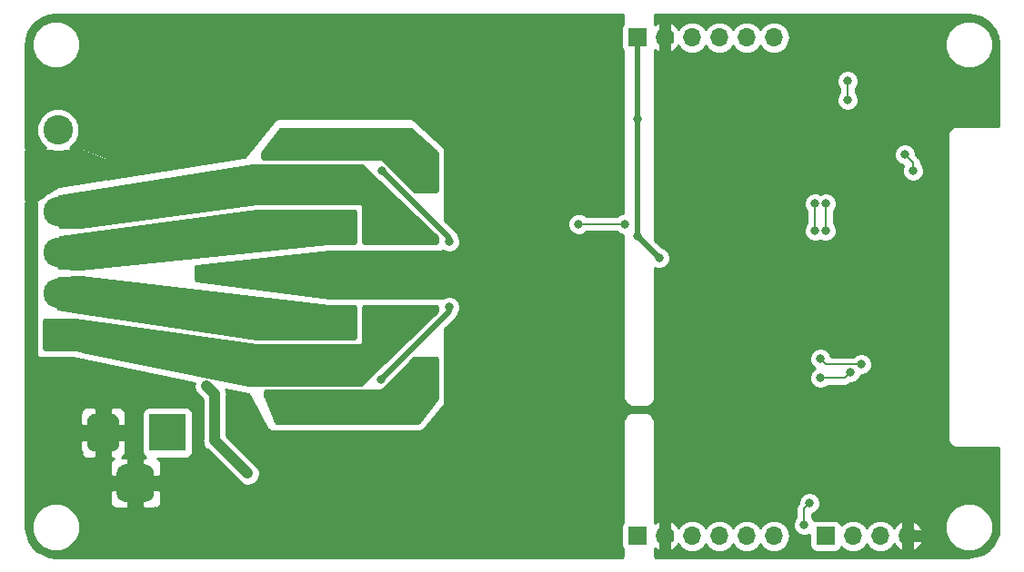
<source format=gbr>
G04 #@! TF.GenerationSoftware,KiCad,Pcbnew,5.0.0-fee4fd1~65~ubuntu16.04.1*
G04 #@! TF.CreationDate,2018-07-29T13:14:09-07:00*
G04 #@! TF.ProjectId,wifistepper,77696669737465707065722E6B696361,rev?*
G04 #@! TF.SameCoordinates,Original*
G04 #@! TF.FileFunction,Copper,L2,Bot,Signal*
G04 #@! TF.FilePolarity,Positive*
%FSLAX46Y46*%
G04 Gerber Fmt 4.6, Leading zero omitted, Abs format (unit mm)*
G04 Created by KiCad (PCBNEW 5.0.0-fee4fd1~65~ubuntu16.04.1) date Sun Jul 29 13:14:09 2018*
%MOMM*%
%LPD*%
G01*
G04 APERTURE LIST*
G04 #@! TA.AperFunction,ComponentPad*
%ADD10R,3.500000X3.500000*%
G04 #@! TD*
G04 #@! TA.AperFunction,Conductor*
%ADD11C,0.100000*%
G04 #@! TD*
G04 #@! TA.AperFunction,ComponentPad*
%ADD12C,3.000000*%
G04 #@! TD*
G04 #@! TA.AperFunction,ComponentPad*
%ADD13C,3.500000*%
G04 #@! TD*
G04 #@! TA.AperFunction,ComponentPad*
%ADD14R,2.750000X2.750000*%
G04 #@! TD*
G04 #@! TA.AperFunction,ComponentPad*
%ADD15C,2.750000*%
G04 #@! TD*
G04 #@! TA.AperFunction,ComponentPad*
%ADD16R,1.700000X1.700000*%
G04 #@! TD*
G04 #@! TA.AperFunction,ComponentPad*
%ADD17O,1.700000X1.700000*%
G04 #@! TD*
G04 #@! TA.AperFunction,ViaPad*
%ADD18C,0.800000*%
G04 #@! TD*
G04 #@! TA.AperFunction,Conductor*
%ADD19C,0.500000*%
G04 #@! TD*
G04 #@! TA.AperFunction,Conductor*
%ADD20C,1.000000*%
G04 #@! TD*
G04 #@! TA.AperFunction,Conductor*
%ADD21C,0.200000*%
G04 #@! TD*
G04 #@! TA.AperFunction,Conductor*
%ADD22C,0.250000*%
G04 #@! TD*
G04 APERTURE END LIST*
D10*
G04 #@! TO.P,J1,1*
G04 #@! TO.N,VIN*
X45400000Y-106200000D03*
D11*
G04 #@! TD*
G04 #@! TO.N,GND*
G04 #@! TO.C,J1*
G36*
X40223513Y-104453611D02*
X40296318Y-104464411D01*
X40367714Y-104482295D01*
X40437013Y-104507090D01*
X40503548Y-104538559D01*
X40566678Y-104576398D01*
X40625795Y-104620242D01*
X40680330Y-104669670D01*
X40729758Y-104724205D01*
X40773602Y-104783322D01*
X40811441Y-104846452D01*
X40842910Y-104912987D01*
X40867705Y-104982286D01*
X40885589Y-105053682D01*
X40896389Y-105126487D01*
X40900000Y-105200000D01*
X40900000Y-107200000D01*
X40896389Y-107273513D01*
X40885589Y-107346318D01*
X40867705Y-107417714D01*
X40842910Y-107487013D01*
X40811441Y-107553548D01*
X40773602Y-107616678D01*
X40729758Y-107675795D01*
X40680330Y-107730330D01*
X40625795Y-107779758D01*
X40566678Y-107823602D01*
X40503548Y-107861441D01*
X40437013Y-107892910D01*
X40367714Y-107917705D01*
X40296318Y-107935589D01*
X40223513Y-107946389D01*
X40150000Y-107950000D01*
X38650000Y-107950000D01*
X38576487Y-107946389D01*
X38503682Y-107935589D01*
X38432286Y-107917705D01*
X38362987Y-107892910D01*
X38296452Y-107861441D01*
X38233322Y-107823602D01*
X38174205Y-107779758D01*
X38119670Y-107730330D01*
X38070242Y-107675795D01*
X38026398Y-107616678D01*
X37988559Y-107553548D01*
X37957090Y-107487013D01*
X37932295Y-107417714D01*
X37914411Y-107346318D01*
X37903611Y-107273513D01*
X37900000Y-107200000D01*
X37900000Y-105200000D01*
X37903611Y-105126487D01*
X37914411Y-105053682D01*
X37932295Y-104982286D01*
X37957090Y-104912987D01*
X37988559Y-104846452D01*
X38026398Y-104783322D01*
X38070242Y-104724205D01*
X38119670Y-104669670D01*
X38174205Y-104620242D01*
X38233322Y-104576398D01*
X38296452Y-104538559D01*
X38362987Y-104507090D01*
X38432286Y-104482295D01*
X38503682Y-104464411D01*
X38576487Y-104453611D01*
X38650000Y-104450000D01*
X40150000Y-104450000D01*
X40223513Y-104453611D01*
X40223513Y-104453611D01*
G37*
D12*
G04 #@! TO.P,J1,2*
G04 #@! TO.N,GND*
X39400000Y-106200000D03*
D11*
G04 #@! TD*
G04 #@! TO.N,GND*
G04 #@! TO.C,J1*
G36*
X43360765Y-109154213D02*
X43445704Y-109166813D01*
X43528999Y-109187677D01*
X43609848Y-109216605D01*
X43687472Y-109253319D01*
X43761124Y-109297464D01*
X43830094Y-109348616D01*
X43893718Y-109406282D01*
X43951384Y-109469906D01*
X44002536Y-109538876D01*
X44046681Y-109612528D01*
X44083395Y-109690152D01*
X44112323Y-109771001D01*
X44133187Y-109854296D01*
X44145787Y-109939235D01*
X44150000Y-110025000D01*
X44150000Y-111775000D01*
X44145787Y-111860765D01*
X44133187Y-111945704D01*
X44112323Y-112028999D01*
X44083395Y-112109848D01*
X44046681Y-112187472D01*
X44002536Y-112261124D01*
X43951384Y-112330094D01*
X43893718Y-112393718D01*
X43830094Y-112451384D01*
X43761124Y-112502536D01*
X43687472Y-112546681D01*
X43609848Y-112583395D01*
X43528999Y-112612323D01*
X43445704Y-112633187D01*
X43360765Y-112645787D01*
X43275000Y-112650000D01*
X41525000Y-112650000D01*
X41439235Y-112645787D01*
X41354296Y-112633187D01*
X41271001Y-112612323D01*
X41190152Y-112583395D01*
X41112528Y-112546681D01*
X41038876Y-112502536D01*
X40969906Y-112451384D01*
X40906282Y-112393718D01*
X40848616Y-112330094D01*
X40797464Y-112261124D01*
X40753319Y-112187472D01*
X40716605Y-112109848D01*
X40687677Y-112028999D01*
X40666813Y-111945704D01*
X40654213Y-111860765D01*
X40650000Y-111775000D01*
X40650000Y-110025000D01*
X40654213Y-109939235D01*
X40666813Y-109854296D01*
X40687677Y-109771001D01*
X40716605Y-109690152D01*
X40753319Y-109612528D01*
X40797464Y-109538876D01*
X40848616Y-109469906D01*
X40906282Y-109406282D01*
X40969906Y-109348616D01*
X41038876Y-109297464D01*
X41112528Y-109253319D01*
X41190152Y-109216605D01*
X41271001Y-109187677D01*
X41354296Y-109166813D01*
X41439235Y-109154213D01*
X41525000Y-109150000D01*
X43275000Y-109150000D01*
X43360765Y-109154213D01*
X43360765Y-109154213D01*
G37*
D13*
G04 #@! TO.P,J1,3*
G04 #@! TO.N,GND*
X42400000Y-110900000D03*
G04 #@! TD*
D14*
G04 #@! TO.P,J2,1*
G04 #@! TO.N,OUTB2*
X35200000Y-97010000D03*
D15*
G04 #@! TO.P,J2,2*
G04 #@! TO.N,OUTB1*
X35200000Y-93200000D03*
G04 #@! TO.P,J2,3*
G04 #@! TO.N,OUTA1*
X35200000Y-89390000D03*
G04 #@! TO.P,J2,4*
G04 #@! TO.N,OUTA2*
X35200000Y-85580000D03*
G04 #@! TO.P,J2,5*
G04 #@! TO.N,GND*
X35200000Y-81770000D03*
G04 #@! TO.P,J2,6*
G04 #@! TO.N,VIN*
X35200000Y-77960000D03*
G04 #@! TD*
D16*
G04 #@! TO.P,J3,1*
G04 #@! TO.N,+3V3*
X89154000Y-69342000D03*
D17*
G04 #@! TO.P,J3,2*
G04 #@! TO.N,GND*
X91694000Y-69342000D03*
G04 #@! TO.P,J3,3*
G04 #@! TO.N,SM_SW*
X94234000Y-69342000D03*
G04 #@! TO.P,J3,4*
G04 #@! TO.N,SM_STCLK*
X96774000Y-69342000D03*
G04 #@! TO.P,J3,5*
G04 #@! TO.N,SM_FLAG*
X99314000Y-69342000D03*
G04 #@! TO.P,J3,6*
G04 #@! TO.N,SM_BUSY*
X101854000Y-69342000D03*
G04 #@! TD*
G04 #@! TO.P,J4,6*
G04 #@! TO.N,WIFI_ADC*
X101854000Y-115824000D03*
G04 #@! TO.P,J4,5*
G04 #@! TO.N,WIFI_RST*
X99314000Y-115824000D03*
G04 #@! TO.P,J4,4*
G04 #@! TO.N,AUTH_SDA*
X96774000Y-115824000D03*
G04 #@! TO.P,J4,3*
G04 #@! TO.N,AUTH_SCK*
X94234000Y-115824000D03*
G04 #@! TO.P,J4,2*
G04 #@! TO.N,GND*
X91694000Y-115824000D03*
D16*
G04 #@! TO.P,J4,1*
G04 #@! TO.N,+3V3*
X89154000Y-115824000D03*
G04 #@! TD*
G04 #@! TO.P,J5,1*
G04 #@! TO.N,PROG_RX*
X106680000Y-115824000D03*
D17*
G04 #@! TO.P,J5,2*
G04 #@! TO.N,PROG_TX*
X109220000Y-115824000D03*
G04 #@! TO.P,J5,3*
G04 #@! TO.N,PROG_BOOT*
X111760000Y-115824000D03*
G04 #@! TO.P,J5,4*
G04 #@! TO.N,GND*
X114300000Y-115824000D03*
G04 #@! TD*
D18*
G04 #@! TO.N,+3V3*
X89154000Y-76962000D03*
X49022000Y-101854000D03*
X49784000Y-102616000D03*
X52070000Y-109220000D03*
X52832000Y-109982000D03*
X91186002Y-89916000D03*
X89154000Y-87883998D03*
G04 #@! TO.N,GND*
X115570000Y-95250000D03*
X115570000Y-93726000D03*
X115570000Y-91948000D03*
X117348000Y-93472000D03*
X114046000Y-93726000D03*
X114046000Y-95250000D03*
X117348000Y-95250000D03*
X117348000Y-91948000D03*
X114046000Y-91948000D03*
X61976000Y-92456000D03*
X64262000Y-92456000D03*
X64262000Y-90424000D03*
X61976000Y-90424000D03*
X65278000Y-91440000D03*
X63246000Y-91440000D03*
X60960000Y-91440000D03*
X60960000Y-93218000D03*
X63246000Y-93218000D03*
X65278000Y-93218000D03*
X65278000Y-89662000D03*
X63246000Y-89662000D03*
X60960000Y-89662000D03*
X115570000Y-103632000D03*
X60198000Y-75184000D03*
X61214000Y-75184000D03*
X62230000Y-75184000D03*
X63246000Y-75184000D03*
X64262000Y-75184000D03*
X65278000Y-75184000D03*
X66294000Y-75184000D03*
X61214000Y-107696000D03*
X64262000Y-107696000D03*
X63246000Y-107696000D03*
X66294000Y-107696000D03*
X62230000Y-107696000D03*
X60198000Y-107696000D03*
X65278000Y-107696000D03*
X67310000Y-75184000D03*
X59182000Y-75184000D03*
X67310000Y-107696000D03*
X59182000Y-107696000D03*
X54356000Y-92202000D03*
X72644000Y-87122000D03*
X93218000Y-108712000D03*
X91442459Y-103632366D03*
X99822000Y-98552000D03*
X104394000Y-106426000D03*
X110744000Y-75692000D03*
X117094000Y-75184000D03*
X108966000Y-83566000D03*
X103632000Y-90170000D03*
X75692000Y-112522000D03*
X75692000Y-115824000D03*
X75692000Y-114300000D03*
X75692000Y-72644000D03*
X75692000Y-69088000D03*
X75692000Y-70866000D03*
X32512000Y-85598000D03*
X32512000Y-89154000D03*
X32512000Y-92964000D03*
X32512000Y-97028000D03*
X32512000Y-77978000D03*
X37084000Y-104394000D03*
X37211000Y-108077000D03*
X40513000Y-113538000D03*
X44323000Y-113538000D03*
X50800000Y-113538000D03*
X59182000Y-113792000D03*
X64516000Y-113538000D03*
X70612000Y-113538000D03*
X36068000Y-74676000D03*
X41656000Y-74676000D03*
X46228000Y-74676000D03*
X50800000Y-74676000D03*
X55372000Y-74676000D03*
X68072000Y-69850000D03*
X63246000Y-69850000D03*
X58420000Y-69850000D03*
X32766000Y-102616000D03*
X32766000Y-109982000D03*
X35814000Y-99822000D03*
X79756000Y-87503000D03*
X82169000Y-85598000D03*
X84201000Y-83439000D03*
X85725000Y-67945000D03*
X81280000Y-82677000D03*
X81534000Y-76454000D03*
X81534000Y-70612000D03*
X85344000Y-112522000D03*
X86868000Y-117348000D03*
X81280000Y-114300000D03*
X39370000Y-70866000D03*
X48260000Y-70866000D03*
X39116000Y-117094000D03*
X67310000Y-116332000D03*
X73152000Y-94488000D03*
X80264000Y-94488000D03*
X86868000Y-94361000D03*
X77597000Y-99314000D03*
X74549000Y-95885000D03*
X86360000Y-95758000D03*
X76454000Y-94488000D03*
X79756000Y-97028000D03*
X84074000Y-94869000D03*
X77343000Y-96520000D03*
X54102000Y-108458000D03*
X57150000Y-109474000D03*
X79756000Y-103378000D03*
X83820000Y-103124000D03*
X79756000Y-108204000D03*
X87122000Y-107696000D03*
X79756000Y-105918000D03*
X83820000Y-105918000D03*
X68834000Y-109220000D03*
X72898000Y-109474000D03*
X76454000Y-109474000D03*
X81788000Y-109220000D03*
X81788000Y-104648000D03*
X84074000Y-108204000D03*
X49784000Y-109982000D03*
X47244000Y-113284000D03*
X47498000Y-116078000D03*
X58420000Y-116332000D03*
X34544000Y-105918000D03*
X35433000Y-102870000D03*
X38608000Y-112014000D03*
X32766000Y-73914000D03*
X46228000Y-67818000D03*
X60960000Y-67818000D03*
X71120000Y-67818000D03*
X70104000Y-72644000D03*
X85090000Y-72136000D03*
X83312000Y-81534000D03*
X81153000Y-79502000D03*
X79502000Y-84582000D03*
X79248000Y-116840000D03*
X45974000Y-81026000D03*
G04 #@! TO.N,VIN*
X55118000Y-80010000D03*
X55880000Y-78740000D03*
X58420000Y-78740000D03*
X58166000Y-80010000D03*
X56642000Y-80010000D03*
X57150000Y-78740000D03*
X68580000Y-80772000D03*
X68834000Y-83058000D03*
X70104000Y-83058000D03*
X69342000Y-82042000D03*
X68072000Y-82042000D03*
X68580000Y-102108000D03*
X70104000Y-99822000D03*
X68834000Y-99822000D03*
X68072000Y-100838000D03*
X69342000Y-100838000D03*
X55118000Y-102870000D03*
X57912000Y-102870000D03*
X56642000Y-102870000D03*
X55626000Y-104140000D03*
X58166000Y-104140000D03*
X56896000Y-104140000D03*
X69850000Y-80772000D03*
X69850000Y-102108000D03*
X69088000Y-103378000D03*
X69342000Y-79756000D03*
G04 #@! TO.N,SM_RST*
X114808000Y-81788000D03*
X114046000Y-80264000D03*
X83693000Y-86741000D03*
X87979336Y-86741000D03*
G04 #@! TO.N,OUTA1*
X61722000Y-87122000D03*
X61214000Y-88138000D03*
X62484000Y-88138000D03*
X56642000Y-88011000D03*
X62484000Y-86106000D03*
X61214000Y-86106000D03*
X55626000Y-87757000D03*
G04 #@! TO.N,OUTA2*
X64770000Y-87122000D03*
X64008000Y-88138000D03*
X65278000Y-88138000D03*
X65278000Y-86106000D03*
X64008000Y-86106000D03*
X69856454Y-88089990D03*
G04 #@! TO.N,OUTB1*
X61722000Y-95758000D03*
X61214000Y-94742000D03*
X62484000Y-94742000D03*
X62484000Y-96774000D03*
X61214000Y-96774000D03*
X56642000Y-94869000D03*
X56007000Y-95504000D03*
G04 #@! TO.N,OUTB2*
X64770000Y-95758000D03*
X65278000Y-94742000D03*
X65278000Y-96774000D03*
X64008000Y-96774000D03*
X64008000Y-94742000D03*
X69856454Y-94790010D03*
G04 #@! TO.N,SM_FLAG*
X108712000Y-75183998D03*
X108712000Y-73406000D03*
G04 #@! TO.N,AUTH_SCK*
X108966000Y-100584000D03*
X106172000Y-101092000D03*
G04 #@! TO.N,AUTH_SDA*
X105664000Y-87376000D03*
X105679832Y-84851832D03*
G04 #@! TO.N,PROG_BOOT*
X106680000Y-84836000D03*
X106680000Y-87376000D03*
X105156000Y-112776000D03*
X104648000Y-114808000D03*
G04 #@! TO.N,Net-(R3-Pad2)*
X71628000Y-88392000D03*
X65405000Y-81788000D03*
G04 #@! TO.N,Net-(R4-Pad2)*
X71628000Y-94488000D03*
X65278000Y-101219000D03*
G04 #@! TO.N,SM_CS*
X109982000Y-99822000D03*
X106172000Y-99314000D03*
G04 #@! TD*
D19*
G04 #@! TO.N,+3V3*
X89154000Y-69342000D02*
X89154000Y-70692000D01*
X89154000Y-70692000D02*
X89154000Y-76962000D01*
D20*
X49784000Y-102616000D02*
X49022000Y-101854000D01*
X49784000Y-106934000D02*
X49784000Y-102616000D01*
X52070000Y-109220000D02*
X49784000Y-106934000D01*
X52070000Y-109220000D02*
X52832000Y-109982000D01*
D19*
X90786003Y-89516001D02*
X91186002Y-89916000D01*
X89154000Y-76962000D02*
X89154000Y-87883998D01*
X89154000Y-87883998D02*
X90786003Y-89516001D01*
D21*
G04 #@! TO.N,SM_RST*
X114808000Y-81026000D02*
X114046000Y-80264000D01*
X114808000Y-81788000D02*
X114808000Y-81026000D01*
X83693000Y-86741000D02*
X87979336Y-86741000D01*
D19*
G04 #@! TO.N,OUTA2*
X69808444Y-88138000D02*
X69856454Y-88089990D01*
X65278000Y-88138000D02*
X69808444Y-88138000D01*
G04 #@! TO.N,OUTB2*
X65278000Y-94742000D02*
X69808444Y-94742000D01*
X69808444Y-94742000D02*
X69856454Y-94790010D01*
D21*
G04 #@! TO.N,SM_FLAG*
X108712000Y-75183998D02*
X108712000Y-73406000D01*
G04 #@! TO.N,AUTH_SCK*
X108458000Y-101092000D02*
X108966000Y-100584000D01*
X106172000Y-101092000D02*
X108458000Y-101092000D01*
G04 #@! TO.N,AUTH_SDA*
X105664000Y-84867664D02*
X105679832Y-84851832D01*
X105664000Y-87376000D02*
X105664000Y-84867664D01*
G04 #@! TO.N,PROG_BOOT*
X106680000Y-84836000D02*
X106680000Y-87376000D01*
X104648000Y-113284000D02*
X104648000Y-114808000D01*
X105156000Y-112776000D02*
X104648000Y-113284000D01*
D19*
G04 #@! TO.N,Net-(R3-Pad2)*
X71628000Y-88011000D02*
X65405000Y-81788000D01*
X71628000Y-88392000D02*
X71628000Y-88011000D01*
G04 #@! TO.N,Net-(R4-Pad2)*
X71628000Y-94869000D02*
X65278000Y-101219000D01*
X71628000Y-94488000D02*
X71628000Y-94869000D01*
D21*
G04 #@! TO.N,SM_CS*
X106680000Y-99822000D02*
X106172000Y-99314000D01*
X109982000Y-99822000D02*
X106680000Y-99822000D01*
G04 #@! TD*
D22*
G04 #@! TO.N,OUTA1*
G36*
X62837750Y-85498250D02*
X62867000Y-85568865D01*
X62867000Y-88421135D01*
X62837750Y-88491750D01*
X62767135Y-88521000D01*
X60335468Y-88521000D01*
X60328933Y-88521171D01*
X60308054Y-88522264D01*
X60301539Y-88522776D01*
X37345878Y-90932486D01*
X37323928Y-90933025D01*
X35280478Y-90819500D01*
X35211978Y-90786854D01*
X35186130Y-90715509D01*
X35296014Y-88078295D01*
X35322290Y-88014351D01*
X35383471Y-87982158D01*
X53720240Y-85470272D01*
X53738886Y-85469000D01*
X62767135Y-85469000D01*
X62837750Y-85498250D01*
X62837750Y-85498250D01*
G37*
X62837750Y-85498250D02*
X62867000Y-85568865D01*
X62867000Y-88421135D01*
X62837750Y-88491750D01*
X62767135Y-88521000D01*
X60335468Y-88521000D01*
X60328933Y-88521171D01*
X60308054Y-88522264D01*
X60301539Y-88522776D01*
X37345878Y-90932486D01*
X37323928Y-90933025D01*
X35280478Y-90819500D01*
X35211978Y-90786854D01*
X35186130Y-90715509D01*
X35296014Y-88078295D01*
X35322290Y-88014351D01*
X35383471Y-87982158D01*
X53720240Y-85470272D01*
X53738886Y-85469000D01*
X62767135Y-85469000D01*
X62837750Y-85498250D01*
G04 #@! TO.N,OUTA2*
G36*
X63615831Y-81315830D02*
X70445706Y-87897346D01*
X70487000Y-87994485D01*
X70487000Y-88421135D01*
X70457750Y-88491750D01*
X70387135Y-88521000D01*
X63724865Y-88521000D01*
X63654250Y-88491750D01*
X63625000Y-88421135D01*
X63625000Y-85163000D01*
X63615485Y-85115164D01*
X63556906Y-84973743D01*
X63529809Y-84933190D01*
X63489257Y-84906094D01*
X63347836Y-84847515D01*
X63300000Y-84838000D01*
X53734122Y-84838000D01*
X53725941Y-84838268D01*
X53699810Y-84839982D01*
X53691659Y-84840785D01*
X37338731Y-86995823D01*
X37320783Y-86997000D01*
X35395030Y-86997000D01*
X35325655Y-86969107D01*
X35294899Y-86900956D01*
X35185255Y-84269509D01*
X35207936Y-84201495D01*
X35270091Y-84165750D01*
X53339150Y-81279719D01*
X53360819Y-81278000D01*
X63522055Y-81278000D01*
X63615831Y-81315830D01*
X63615831Y-81315830D01*
G37*
X63615831Y-81315830D02*
X70445706Y-87897346D01*
X70487000Y-87994485D01*
X70487000Y-88421135D01*
X70457750Y-88491750D01*
X70387135Y-88521000D01*
X63724865Y-88521000D01*
X63654250Y-88491750D01*
X63625000Y-88421135D01*
X63625000Y-85163000D01*
X63615485Y-85115164D01*
X63556906Y-84973743D01*
X63529809Y-84933190D01*
X63489257Y-84906094D01*
X63347836Y-84847515D01*
X63300000Y-84838000D01*
X53734122Y-84838000D01*
X53725941Y-84838268D01*
X53699810Y-84839982D01*
X53691659Y-84840785D01*
X37338731Y-86995823D01*
X37320783Y-86997000D01*
X35395030Y-86997000D01*
X35325655Y-86969107D01*
X35294899Y-86900956D01*
X35185255Y-84269509D01*
X35207936Y-84201495D01*
X35270091Y-84165750D01*
X53339150Y-81279719D01*
X53360819Y-81278000D01*
X63522055Y-81278000D01*
X63615831Y-81315830D01*
G04 #@! TO.N,OUTB1*
G36*
X37345932Y-91693745D02*
X60426247Y-94356858D01*
X60433400Y-94357476D01*
X60456325Y-94358794D01*
X60463500Y-94359000D01*
X62767135Y-94359000D01*
X62837750Y-94388250D01*
X62867000Y-94458865D01*
X62867000Y-97311135D01*
X62837750Y-97381750D01*
X62767135Y-97411000D01*
X53740072Y-97411000D01*
X53720204Y-97409556D01*
X37232916Y-94999875D01*
X37228906Y-94999228D01*
X35260670Y-94651893D01*
X35200687Y-94617254D01*
X35177000Y-94552166D01*
X35177000Y-91907161D01*
X35204446Y-91838210D01*
X35271764Y-91806984D01*
X37322564Y-91693050D01*
X37345932Y-91693745D01*
X37345932Y-91693745D01*
G37*
X37345932Y-91693745D02*
X60426247Y-94356858D01*
X60433400Y-94357476D01*
X60456325Y-94358794D01*
X60463500Y-94359000D01*
X62767135Y-94359000D01*
X62837750Y-94388250D01*
X62867000Y-94458865D01*
X62867000Y-97311135D01*
X62837750Y-97381750D01*
X62767135Y-97411000D01*
X53740072Y-97411000D01*
X53720204Y-97409556D01*
X37232916Y-94999875D01*
X37228906Y-94999228D01*
X35260670Y-94651893D01*
X35200687Y-94617254D01*
X35177000Y-94552166D01*
X35177000Y-91907161D01*
X35204446Y-91838210D01*
X35271764Y-91806984D01*
X37322564Y-91693050D01*
X37345932Y-91693745D01*
G04 #@! TO.N,OUTB2*
G36*
X70457750Y-94388250D02*
X70487000Y-94458865D01*
X70487000Y-94885565D01*
X70445737Y-94982675D01*
X63488812Y-101691139D01*
X63395005Y-101729000D01*
X52985192Y-101729000D01*
X52958039Y-101726289D01*
X37876595Y-98684653D01*
X37870493Y-98683276D01*
X36884203Y-98436703D01*
X36869158Y-98433907D01*
X36820651Y-98427936D01*
X36805379Y-98427000D01*
X34006865Y-98427000D01*
X33936250Y-98397750D01*
X33907000Y-98327135D01*
X33907000Y-95728865D01*
X33936250Y-95658250D01*
X34006865Y-95629000D01*
X36811345Y-95629000D01*
X36830786Y-95630382D01*
X53689251Y-98038734D01*
X53698069Y-98039676D01*
X53726354Y-98041686D01*
X53735214Y-98042000D01*
X63300000Y-98042000D01*
X63347836Y-98032485D01*
X63489257Y-97973906D01*
X63529810Y-97946809D01*
X63556906Y-97906257D01*
X63615485Y-97764836D01*
X63625000Y-97717000D01*
X63625000Y-94458865D01*
X63654250Y-94388250D01*
X63724865Y-94359000D01*
X70387135Y-94359000D01*
X70457750Y-94388250D01*
X70457750Y-94388250D01*
G37*
X70457750Y-94388250D02*
X70487000Y-94458865D01*
X70487000Y-94885565D01*
X70445737Y-94982675D01*
X63488812Y-101691139D01*
X63395005Y-101729000D01*
X52985192Y-101729000D01*
X52958039Y-101726289D01*
X37876595Y-98684653D01*
X37870493Y-98683276D01*
X36884203Y-98436703D01*
X36869158Y-98433907D01*
X36820651Y-98427936D01*
X36805379Y-98427000D01*
X34006865Y-98427000D01*
X33936250Y-98397750D01*
X33907000Y-98327135D01*
X33907000Y-95728865D01*
X33936250Y-95658250D01*
X34006865Y-95629000D01*
X36811345Y-95629000D01*
X36830786Y-95630382D01*
X53689251Y-98038734D01*
X53698069Y-98039676D01*
X53726354Y-98041686D01*
X53735214Y-98042000D01*
X63300000Y-98042000D01*
X63347836Y-98032485D01*
X63489257Y-97973906D01*
X63529810Y-97946809D01*
X63556906Y-97906257D01*
X63615485Y-97764836D01*
X63625000Y-97717000D01*
X63625000Y-94458865D01*
X63654250Y-94388250D01*
X63724865Y-94359000D01*
X70387135Y-94359000D01*
X70457750Y-94388250D01*
G04 #@! TO.N,GND*
G36*
X87759000Y-68182680D02*
X87715263Y-68248137D01*
X87666756Y-68492000D01*
X87666756Y-70192000D01*
X87715263Y-70435863D01*
X87759000Y-70501320D01*
X87759000Y-85722814D01*
X87398720Y-85872047D01*
X87254767Y-86016000D01*
X84417569Y-86016000D01*
X84273616Y-85872047D01*
X83896885Y-85716000D01*
X83489115Y-85716000D01*
X83112384Y-85872047D01*
X82824047Y-86160384D01*
X82668000Y-86537115D01*
X82668000Y-86944885D01*
X82824047Y-87321616D01*
X83112384Y-87609953D01*
X83489115Y-87766000D01*
X83896885Y-87766000D01*
X84273616Y-87609953D01*
X84417569Y-87466000D01*
X87254767Y-87466000D01*
X87398720Y-87609953D01*
X87759000Y-87759186D01*
X87759000Y-102809445D01*
X87764364Y-102845668D01*
X87797954Y-102956608D01*
X87813584Y-102989723D01*
X88228621Y-103612278D01*
X88273645Y-103653149D01*
X88440055Y-103742209D01*
X88499037Y-103757000D01*
X90087157Y-103757000D01*
X90134992Y-103747485D01*
X90276414Y-103688906D01*
X90316967Y-103661809D01*
X90707809Y-103270967D01*
X90734906Y-103230414D01*
X90793485Y-103088992D01*
X90803000Y-103041157D01*
X90803000Y-99110115D01*
X105147000Y-99110115D01*
X105147000Y-99517885D01*
X105303047Y-99894616D01*
X105591384Y-100182953D01*
X105639782Y-100203000D01*
X105591384Y-100223047D01*
X105303047Y-100511384D01*
X105147000Y-100888115D01*
X105147000Y-101295885D01*
X105303047Y-101672616D01*
X105591384Y-101960953D01*
X105968115Y-102117000D01*
X106375885Y-102117000D01*
X106752616Y-101960953D01*
X106896569Y-101817000D01*
X108386600Y-101817000D01*
X108458000Y-101831202D01*
X108529400Y-101817000D01*
X108529404Y-101817000D01*
X108740881Y-101774935D01*
X108980695Y-101614695D01*
X108984500Y-101609000D01*
X109169885Y-101609000D01*
X109546616Y-101452953D01*
X109834953Y-101164616D01*
X109966514Y-100847000D01*
X110185885Y-100847000D01*
X110562616Y-100690953D01*
X110850953Y-100402616D01*
X111007000Y-100025885D01*
X111007000Y-99618115D01*
X110850953Y-99241384D01*
X110562616Y-98953047D01*
X110185885Y-98797000D01*
X109778115Y-98797000D01*
X109401384Y-98953047D01*
X109257431Y-99097000D01*
X107191568Y-99097000D01*
X107040953Y-98733384D01*
X106752616Y-98445047D01*
X106375885Y-98289000D01*
X105968115Y-98289000D01*
X105591384Y-98445047D01*
X105303047Y-98733384D01*
X105147000Y-99110115D01*
X90803000Y-99110115D01*
X90803000Y-90866807D01*
X90982117Y-90941000D01*
X91389887Y-90941000D01*
X91766618Y-90784953D01*
X92054955Y-90496616D01*
X92211002Y-90119885D01*
X92211002Y-89712115D01*
X92054955Y-89335384D01*
X91766618Y-89047047D01*
X91404486Y-88897047D01*
X90803000Y-88295561D01*
X90803000Y-87172115D01*
X104639000Y-87172115D01*
X104639000Y-87579885D01*
X104795047Y-87956616D01*
X105083384Y-88244953D01*
X105460115Y-88401000D01*
X105867885Y-88401000D01*
X106172000Y-88275032D01*
X106476115Y-88401000D01*
X106883885Y-88401000D01*
X107260616Y-88244953D01*
X107548953Y-87956616D01*
X107705000Y-87579885D01*
X107705000Y-87172115D01*
X107548953Y-86795384D01*
X107405000Y-86651431D01*
X107405000Y-85560569D01*
X107548953Y-85416616D01*
X107705000Y-85039885D01*
X107705000Y-84632115D01*
X107548953Y-84255384D01*
X107260616Y-83967047D01*
X106883885Y-83811000D01*
X106476115Y-83811000D01*
X106160805Y-83941606D01*
X105883717Y-83826832D01*
X105475947Y-83826832D01*
X105099216Y-83982879D01*
X104810879Y-84271216D01*
X104654832Y-84647947D01*
X104654832Y-85055717D01*
X104810879Y-85432448D01*
X104939001Y-85560570D01*
X104939000Y-86651431D01*
X104795047Y-86795384D01*
X104639000Y-87172115D01*
X90803000Y-87172115D01*
X90803000Y-80060115D01*
X113021000Y-80060115D01*
X113021000Y-80467885D01*
X113177047Y-80844616D01*
X113465384Y-81132953D01*
X113842115Y-81289000D01*
X113905241Y-81289000D01*
X113783000Y-81584115D01*
X113783000Y-81991885D01*
X113939047Y-82368616D01*
X114227384Y-82656953D01*
X114604115Y-82813000D01*
X115011885Y-82813000D01*
X115388616Y-82656953D01*
X115676953Y-82368616D01*
X115833000Y-81991885D01*
X115833000Y-81584115D01*
X115676953Y-81207384D01*
X115538636Y-81069067D01*
X115547202Y-81026000D01*
X115533000Y-80954600D01*
X115533000Y-80954596D01*
X115490935Y-80743119D01*
X115330695Y-80503305D01*
X115270161Y-80462857D01*
X115071000Y-80263696D01*
X115071000Y-80060115D01*
X114914953Y-79683384D01*
X114626616Y-79395047D01*
X114249885Y-79239000D01*
X113842115Y-79239000D01*
X113465384Y-79395047D01*
X113177047Y-79683384D01*
X113021000Y-80060115D01*
X90803000Y-80060115D01*
X90803000Y-73202115D01*
X107687000Y-73202115D01*
X107687000Y-73609885D01*
X107843047Y-73986616D01*
X107987001Y-74130570D01*
X107987000Y-74459429D01*
X107843047Y-74603382D01*
X107687000Y-74980113D01*
X107687000Y-75387883D01*
X107843047Y-75764614D01*
X108131384Y-76052951D01*
X108508115Y-76208998D01*
X108915885Y-76208998D01*
X109292616Y-76052951D01*
X109580953Y-75764614D01*
X109737000Y-75387883D01*
X109737000Y-74980113D01*
X109580953Y-74603382D01*
X109437000Y-74459429D01*
X109437000Y-74130569D01*
X109580953Y-73986616D01*
X109737000Y-73609885D01*
X109737000Y-73202115D01*
X109580953Y-72825384D01*
X109292616Y-72537047D01*
X108915885Y-72381000D01*
X108508115Y-72381000D01*
X108131384Y-72537047D01*
X107843047Y-72825384D01*
X107687000Y-73202115D01*
X90803000Y-73202115D01*
X90803000Y-70503368D01*
X91053277Y-70670571D01*
X91269000Y-70590390D01*
X91269000Y-69767000D01*
X91049000Y-69767000D01*
X91049000Y-68917000D01*
X91269000Y-68917000D01*
X91269000Y-68093610D01*
X92119000Y-68093610D01*
X92119000Y-68917000D01*
X92339000Y-68917000D01*
X92339000Y-69767000D01*
X92119000Y-69767000D01*
X92119000Y-70590390D01*
X92334723Y-70670571D01*
X92676274Y-70442390D01*
X92951347Y-70077303D01*
X93170585Y-70405415D01*
X93658484Y-70731419D01*
X94088730Y-70817000D01*
X94379270Y-70817000D01*
X94809516Y-70731419D01*
X95297415Y-70405415D01*
X95504000Y-70096239D01*
X95710585Y-70405415D01*
X96198484Y-70731419D01*
X96628730Y-70817000D01*
X96919270Y-70817000D01*
X97349516Y-70731419D01*
X97837415Y-70405415D01*
X98044000Y-70096239D01*
X98250585Y-70405415D01*
X98738484Y-70731419D01*
X99168730Y-70817000D01*
X99459270Y-70817000D01*
X99889516Y-70731419D01*
X100377415Y-70405415D01*
X100584000Y-70096239D01*
X100790585Y-70405415D01*
X101278484Y-70731419D01*
X101708730Y-70817000D01*
X101999270Y-70817000D01*
X102429516Y-70731419D01*
X102917415Y-70405415D01*
X103243419Y-69917516D01*
X103315046Y-69557420D01*
X117775000Y-69557420D01*
X117775000Y-70442580D01*
X118113736Y-71260361D01*
X118739639Y-71886264D01*
X119557420Y-72225000D01*
X120442580Y-72225000D01*
X121260361Y-71886264D01*
X121886264Y-71260361D01*
X122225000Y-70442580D01*
X122225000Y-69557420D01*
X121886264Y-68739639D01*
X121260361Y-68113736D01*
X120442580Y-67775000D01*
X119557420Y-67775000D01*
X118739639Y-68113736D01*
X118113736Y-68739639D01*
X117775000Y-69557420D01*
X103315046Y-69557420D01*
X103357896Y-69342000D01*
X103243419Y-68766484D01*
X102917415Y-68278585D01*
X102429516Y-67952581D01*
X101999270Y-67867000D01*
X101708730Y-67867000D01*
X101278484Y-67952581D01*
X100790585Y-68278585D01*
X100584000Y-68587761D01*
X100377415Y-68278585D01*
X99889516Y-67952581D01*
X99459270Y-67867000D01*
X99168730Y-67867000D01*
X98738484Y-67952581D01*
X98250585Y-68278585D01*
X98044000Y-68587761D01*
X97837415Y-68278585D01*
X97349516Y-67952581D01*
X96919270Y-67867000D01*
X96628730Y-67867000D01*
X96198484Y-67952581D01*
X95710585Y-68278585D01*
X95504000Y-68587761D01*
X95297415Y-68278585D01*
X94809516Y-67952581D01*
X94379270Y-67867000D01*
X94088730Y-67867000D01*
X93658484Y-67952581D01*
X93170585Y-68278585D01*
X92951347Y-68606697D01*
X92676274Y-68241610D01*
X92334723Y-68013429D01*
X92119000Y-68093610D01*
X91269000Y-68093610D01*
X91053277Y-68013429D01*
X90803000Y-68180632D01*
X90803000Y-67200000D01*
X119962087Y-67200000D01*
X120600375Y-67269340D01*
X121172741Y-67461963D01*
X121690390Y-67772998D01*
X122129173Y-68187936D01*
X122468618Y-68687415D01*
X122692889Y-69248133D01*
X122796149Y-69871876D01*
X122800000Y-70009770D01*
X122800000Y-77599000D01*
X118700843Y-77599000D01*
X118653008Y-77608515D01*
X118511586Y-77667094D01*
X118471033Y-77694191D01*
X118080191Y-78085033D01*
X118053094Y-78125586D01*
X117994515Y-78267008D01*
X117985000Y-78314843D01*
X117985000Y-106851157D01*
X117994515Y-106898992D01*
X118053094Y-107040414D01*
X118080191Y-107080967D01*
X118471033Y-107471809D01*
X118511586Y-107498906D01*
X118653008Y-107557485D01*
X118700843Y-107567000D01*
X122800001Y-107567000D01*
X122800001Y-114962077D01*
X122730660Y-115600375D01*
X122538038Y-116172739D01*
X122227004Y-116690388D01*
X121812068Y-117129170D01*
X121312588Y-117468617D01*
X120751867Y-117692889D01*
X120128131Y-117796148D01*
X119990230Y-117800000D01*
X90824418Y-117800000D01*
X90803000Y-117748293D01*
X90803000Y-116985368D01*
X91053277Y-117152571D01*
X91269000Y-117072390D01*
X91269000Y-116249000D01*
X91049000Y-116249000D01*
X91049000Y-115399000D01*
X91269000Y-115399000D01*
X91269000Y-114575610D01*
X92119000Y-114575610D01*
X92119000Y-115399000D01*
X92339000Y-115399000D01*
X92339000Y-116249000D01*
X92119000Y-116249000D01*
X92119000Y-117072390D01*
X92334723Y-117152571D01*
X92676274Y-116924390D01*
X92951347Y-116559303D01*
X93170585Y-116887415D01*
X93658484Y-117213419D01*
X94088730Y-117299000D01*
X94379270Y-117299000D01*
X94809516Y-117213419D01*
X95297415Y-116887415D01*
X95504000Y-116578239D01*
X95710585Y-116887415D01*
X96198484Y-117213419D01*
X96628730Y-117299000D01*
X96919270Y-117299000D01*
X97349516Y-117213419D01*
X97837415Y-116887415D01*
X98044000Y-116578239D01*
X98250585Y-116887415D01*
X98738484Y-117213419D01*
X99168730Y-117299000D01*
X99459270Y-117299000D01*
X99889516Y-117213419D01*
X100377415Y-116887415D01*
X100584000Y-116578239D01*
X100790585Y-116887415D01*
X101278484Y-117213419D01*
X101708730Y-117299000D01*
X101999270Y-117299000D01*
X102429516Y-117213419D01*
X102917415Y-116887415D01*
X103243419Y-116399516D01*
X103357896Y-115824000D01*
X103243419Y-115248484D01*
X102917415Y-114760585D01*
X102683242Y-114604115D01*
X103623000Y-114604115D01*
X103623000Y-115011885D01*
X103779047Y-115388616D01*
X104067384Y-115676953D01*
X104444115Y-115833000D01*
X104851885Y-115833000D01*
X105192756Y-115691807D01*
X105192756Y-116674000D01*
X105241263Y-116917863D01*
X105379400Y-117124600D01*
X105586137Y-117262737D01*
X105830000Y-117311244D01*
X107530000Y-117311244D01*
X107773863Y-117262737D01*
X107980600Y-117124600D01*
X108118737Y-116917863D01*
X108132086Y-116850750D01*
X108156585Y-116887415D01*
X108644484Y-117213419D01*
X109074730Y-117299000D01*
X109365270Y-117299000D01*
X109795516Y-117213419D01*
X110283415Y-116887415D01*
X110490000Y-116578239D01*
X110696585Y-116887415D01*
X111184484Y-117213419D01*
X111614730Y-117299000D01*
X111905270Y-117299000D01*
X112335516Y-117213419D01*
X112823415Y-116887415D01*
X113042653Y-116559303D01*
X113317726Y-116924390D01*
X113659277Y-117152571D01*
X113875000Y-117072390D01*
X113875000Y-116249000D01*
X114725000Y-116249000D01*
X114725000Y-117072390D01*
X114940723Y-117152571D01*
X115282274Y-116924390D01*
X115628604Y-116464728D01*
X115556229Y-116249000D01*
X114725000Y-116249000D01*
X113875000Y-116249000D01*
X113655000Y-116249000D01*
X113655000Y-115399000D01*
X113875000Y-115399000D01*
X113875000Y-114575610D01*
X114725000Y-114575610D01*
X114725000Y-115399000D01*
X115556229Y-115399000D01*
X115628604Y-115183272D01*
X115282274Y-114723610D01*
X115033514Y-114557420D01*
X117775000Y-114557420D01*
X117775000Y-115442580D01*
X118113736Y-116260361D01*
X118739639Y-116886264D01*
X119557420Y-117225000D01*
X120442580Y-117225000D01*
X121260361Y-116886264D01*
X121886264Y-116260361D01*
X122225000Y-115442580D01*
X122225000Y-114557420D01*
X121886264Y-113739639D01*
X121260361Y-113113736D01*
X120442580Y-112775000D01*
X119557420Y-112775000D01*
X118739639Y-113113736D01*
X118113736Y-113739639D01*
X117775000Y-114557420D01*
X115033514Y-114557420D01*
X114940723Y-114495429D01*
X114725000Y-114575610D01*
X113875000Y-114575610D01*
X113659277Y-114495429D01*
X113317726Y-114723610D01*
X113042653Y-115088697D01*
X112823415Y-114760585D01*
X112335516Y-114434581D01*
X111905270Y-114349000D01*
X111614730Y-114349000D01*
X111184484Y-114434581D01*
X110696585Y-114760585D01*
X110490000Y-115069761D01*
X110283415Y-114760585D01*
X109795516Y-114434581D01*
X109365270Y-114349000D01*
X109074730Y-114349000D01*
X108644484Y-114434581D01*
X108156585Y-114760585D01*
X108132086Y-114797250D01*
X108118737Y-114730137D01*
X107980600Y-114523400D01*
X107773863Y-114385263D01*
X107530000Y-114336756D01*
X105830000Y-114336756D01*
X105586137Y-114385263D01*
X105583170Y-114387246D01*
X105516953Y-114227384D01*
X105373000Y-114083431D01*
X105373000Y-113795568D01*
X105736616Y-113644953D01*
X106024953Y-113356616D01*
X106181000Y-112979885D01*
X106181000Y-112572115D01*
X106024953Y-112195384D01*
X105736616Y-111907047D01*
X105359885Y-111751000D01*
X104952115Y-111751000D01*
X104575384Y-111907047D01*
X104287047Y-112195384D01*
X104131000Y-112572115D01*
X104131000Y-112757501D01*
X104125305Y-112761306D01*
X103965065Y-113001120D01*
X103923000Y-113212597D01*
X103923000Y-113212600D01*
X103908798Y-113284000D01*
X103923000Y-113355400D01*
X103923001Y-114083430D01*
X103779047Y-114227384D01*
X103623000Y-114604115D01*
X102683242Y-114604115D01*
X102429516Y-114434581D01*
X101999270Y-114349000D01*
X101708730Y-114349000D01*
X101278484Y-114434581D01*
X100790585Y-114760585D01*
X100584000Y-115069761D01*
X100377415Y-114760585D01*
X99889516Y-114434581D01*
X99459270Y-114349000D01*
X99168730Y-114349000D01*
X98738484Y-114434581D01*
X98250585Y-114760585D01*
X98044000Y-115069761D01*
X97837415Y-114760585D01*
X97349516Y-114434581D01*
X96919270Y-114349000D01*
X96628730Y-114349000D01*
X96198484Y-114434581D01*
X95710585Y-114760585D01*
X95504000Y-115069761D01*
X95297415Y-114760585D01*
X94809516Y-114434581D01*
X94379270Y-114349000D01*
X94088730Y-114349000D01*
X93658484Y-114434581D01*
X93170585Y-114760585D01*
X92951347Y-115088697D01*
X92676274Y-114723610D01*
X92334723Y-114495429D01*
X92119000Y-114575610D01*
X91269000Y-114575610D01*
X91053277Y-114495429D01*
X90803000Y-114662632D01*
X90803000Y-105216555D01*
X90797636Y-105180332D01*
X90764046Y-105069392D01*
X90748416Y-105036277D01*
X90333379Y-104413722D01*
X90288355Y-104372851D01*
X90121945Y-104283791D01*
X90062963Y-104269000D01*
X88499037Y-104269000D01*
X88440055Y-104283791D01*
X88273645Y-104372851D01*
X88228621Y-104413722D01*
X87813584Y-105036277D01*
X87797954Y-105069392D01*
X87764364Y-105180332D01*
X87759000Y-105216555D01*
X87759000Y-114664680D01*
X87715263Y-114730137D01*
X87666756Y-114974000D01*
X87666756Y-116674000D01*
X87715263Y-116917863D01*
X87759000Y-116983320D01*
X87759000Y-117748293D01*
X87737582Y-117800000D01*
X35037914Y-117800000D01*
X34399625Y-117730660D01*
X33827261Y-117538038D01*
X33309612Y-117227004D01*
X32870830Y-116812068D01*
X32531383Y-116312588D01*
X32307111Y-115751867D01*
X32203852Y-115128131D01*
X32200000Y-114990230D01*
X32200000Y-114557420D01*
X32775000Y-114557420D01*
X32775000Y-115442580D01*
X33113736Y-116260361D01*
X33739639Y-116886264D01*
X34557420Y-117225000D01*
X35442580Y-117225000D01*
X36260361Y-116886264D01*
X36886264Y-116260361D01*
X37225000Y-115442580D01*
X37225000Y-114557420D01*
X36886264Y-113739639D01*
X36260361Y-113113736D01*
X35442580Y-112775000D01*
X34557420Y-112775000D01*
X33739639Y-113113736D01*
X33113736Y-113739639D01*
X32775000Y-114557420D01*
X32200000Y-114557420D01*
X32200000Y-111681250D01*
X40025000Y-111681250D01*
X40025000Y-112774320D01*
X40120151Y-113004034D01*
X40295966Y-113179850D01*
X40525680Y-113275000D01*
X41618750Y-113275000D01*
X41775000Y-113118750D01*
X41775000Y-111525000D01*
X43025000Y-111525000D01*
X43025000Y-113118750D01*
X43181250Y-113275000D01*
X44274320Y-113275000D01*
X44504034Y-113179850D01*
X44679849Y-113004034D01*
X44775000Y-112774320D01*
X44775000Y-111681250D01*
X44618750Y-111525000D01*
X43025000Y-111525000D01*
X41775000Y-111525000D01*
X40181250Y-111525000D01*
X40025000Y-111681250D01*
X32200000Y-111681250D01*
X32200000Y-106981250D01*
X37275000Y-106981250D01*
X37275000Y-108074320D01*
X37370151Y-108304034D01*
X37545966Y-108479850D01*
X37775680Y-108575000D01*
X38618750Y-108575000D01*
X38775000Y-108418750D01*
X38775000Y-106825000D01*
X40025000Y-106825000D01*
X40025000Y-108418750D01*
X40181250Y-108575000D01*
X40404968Y-108575000D01*
X40295966Y-108620150D01*
X40120151Y-108795966D01*
X40025000Y-109025680D01*
X40025000Y-110118750D01*
X40181250Y-110275000D01*
X41775000Y-110275000D01*
X41775000Y-108681250D01*
X41618750Y-108525000D01*
X41145032Y-108525000D01*
X41254034Y-108479850D01*
X41429849Y-108304034D01*
X41525000Y-108074320D01*
X41525000Y-106981250D01*
X41368750Y-106825000D01*
X40025000Y-106825000D01*
X38775000Y-106825000D01*
X37431250Y-106825000D01*
X37275000Y-106981250D01*
X32200000Y-106981250D01*
X32200000Y-104325680D01*
X37275000Y-104325680D01*
X37275000Y-105418750D01*
X37431250Y-105575000D01*
X38775000Y-105575000D01*
X38775000Y-103981250D01*
X40025000Y-103981250D01*
X40025000Y-105575000D01*
X41368750Y-105575000D01*
X41525000Y-105418750D01*
X41525000Y-104450000D01*
X43012756Y-104450000D01*
X43012756Y-107950000D01*
X43061263Y-108193863D01*
X43199400Y-108400600D01*
X43385578Y-108525000D01*
X43181250Y-108525000D01*
X43025000Y-108681250D01*
X43025000Y-110275000D01*
X44618750Y-110275000D01*
X44775000Y-110118750D01*
X44775000Y-109025680D01*
X44679849Y-108795966D01*
X44504034Y-108620150D01*
X44424591Y-108587244D01*
X47150000Y-108587244D01*
X47393863Y-108538737D01*
X47600600Y-108400600D01*
X47738737Y-108193863D01*
X47787244Y-107950000D01*
X47787244Y-104450000D01*
X47738737Y-104206137D01*
X47600600Y-103999400D01*
X47393863Y-103861263D01*
X47150000Y-103812756D01*
X43650000Y-103812756D01*
X43406137Y-103861263D01*
X43199400Y-103999400D01*
X43061263Y-104206137D01*
X43012756Y-104450000D01*
X41525000Y-104450000D01*
X41525000Y-104325680D01*
X41429849Y-104095966D01*
X41254034Y-103920150D01*
X41024320Y-103825000D01*
X40181250Y-103825000D01*
X40025000Y-103981250D01*
X38775000Y-103981250D01*
X38618750Y-103825000D01*
X37775680Y-103825000D01*
X37545966Y-103920150D01*
X37370151Y-104095966D01*
X37275000Y-104325680D01*
X32200000Y-104325680D01*
X32200000Y-84707000D01*
X33149000Y-84707000D01*
X33149000Y-98860000D01*
X33158515Y-98907836D01*
X33217094Y-99049257D01*
X33244191Y-99089810D01*
X33284743Y-99116906D01*
X33426164Y-99175485D01*
X33474000Y-99185000D01*
X36549048Y-99185000D01*
X36576972Y-99187869D01*
X47936016Y-101547055D01*
X47874960Y-101854000D01*
X47962274Y-102292953D01*
X48148156Y-102571145D01*
X48659001Y-103081990D01*
X48659000Y-106823198D01*
X48636960Y-106934000D01*
X48659000Y-107044802D01*
X48724273Y-107372952D01*
X48972920Y-107745080D01*
X49066859Y-107807848D01*
X51352854Y-110093844D01*
X52114854Y-110855844D01*
X52393046Y-111041726D01*
X52832000Y-111129040D01*
X53270953Y-111041726D01*
X53643079Y-110793079D01*
X53891726Y-110420953D01*
X53979040Y-109982000D01*
X53891726Y-109543046D01*
X53705844Y-109264854D01*
X52943844Y-108502854D01*
X50909000Y-106468011D01*
X50909000Y-102726802D01*
X50931040Y-102616000D01*
X50909000Y-102505197D01*
X50843727Y-102177047D01*
X50823491Y-102146761D01*
X52939860Y-102586315D01*
X53031786Y-102655997D01*
X54697064Y-105867603D01*
X54743100Y-105916875D01*
X54920651Y-106024812D01*
X54985584Y-106043000D01*
X68991875Y-106043000D01*
X69046024Y-106030663D01*
X69202198Y-105955602D01*
X69245658Y-105921026D01*
X71173783Y-103510870D01*
X71194128Y-103474159D01*
X71237954Y-103349220D01*
X71245000Y-103307844D01*
X71245000Y-96489437D01*
X72185780Y-95548657D01*
X72258840Y-95499840D01*
X72452232Y-95210408D01*
X72476335Y-95089234D01*
X72496953Y-95068616D01*
X72653000Y-94691885D01*
X72653000Y-94284115D01*
X72496953Y-93907384D01*
X72208616Y-93619047D01*
X71831885Y-93463000D01*
X71424115Y-93463000D01*
X71047384Y-93619047D01*
X71030118Y-93636313D01*
X70967836Y-93610515D01*
X70920000Y-93601000D01*
X60469158Y-93601000D01*
X60451259Y-93599830D01*
X48091792Y-91976869D01*
X48029059Y-91943358D01*
X48004000Y-91876795D01*
X48004000Y-90753080D01*
X48029685Y-90685870D01*
X48093649Y-90652919D01*
X60451345Y-89279841D01*
X60466539Y-89279000D01*
X70920000Y-89279000D01*
X70967836Y-89269485D01*
X71030118Y-89243687D01*
X71047384Y-89260953D01*
X71424115Y-89417000D01*
X71831885Y-89417000D01*
X72208616Y-89260953D01*
X72496953Y-88972616D01*
X72653000Y-88595885D01*
X72653000Y-88188115D01*
X72496953Y-87811384D01*
X72476335Y-87790766D01*
X72452232Y-87669592D01*
X72258840Y-87380160D01*
X72185780Y-87331343D01*
X71245000Y-86390563D01*
X71245000Y-79843980D01*
X71234418Y-79793647D01*
X71169563Y-79646217D01*
X71139611Y-79604406D01*
X68213814Y-76922425D01*
X68174663Y-76898072D01*
X68039518Y-76845503D01*
X67994203Y-76837000D01*
X55720090Y-76837000D01*
X55666878Y-76848892D01*
X55512799Y-76921378D01*
X55469712Y-76954790D01*
X52544573Y-80489333D01*
X52461224Y-80536774D01*
X39749000Y-82528989D01*
X39749000Y-80645000D01*
X39739385Y-80596923D01*
X39712203Y-80556427D01*
X39671594Y-80529415D01*
X37512594Y-79640415D01*
X37465000Y-79631000D01*
X36357427Y-79631000D01*
X36895518Y-79092909D01*
X37200000Y-78357825D01*
X37200000Y-77562175D01*
X36895518Y-76827091D01*
X36332909Y-76264482D01*
X35597825Y-75960000D01*
X34802175Y-75960000D01*
X34067091Y-76264482D01*
X33504482Y-76827091D01*
X33200000Y-77562175D01*
X33200000Y-78357825D01*
X33504482Y-79092909D01*
X34042573Y-79631000D01*
X32200000Y-79631000D01*
X32200000Y-70037913D01*
X32252198Y-69557420D01*
X32775000Y-69557420D01*
X32775000Y-70442580D01*
X33113736Y-71260361D01*
X33739639Y-71886264D01*
X34557420Y-72225000D01*
X35442580Y-72225000D01*
X36260361Y-71886264D01*
X36886264Y-71260361D01*
X37225000Y-70442580D01*
X37225000Y-69557420D01*
X36886264Y-68739639D01*
X36260361Y-68113736D01*
X35442580Y-67775000D01*
X34557420Y-67775000D01*
X33739639Y-68113736D01*
X33113736Y-68739639D01*
X32775000Y-69557420D01*
X32252198Y-69557420D01*
X32269340Y-69399625D01*
X32461963Y-68827259D01*
X32772998Y-68309610D01*
X33187936Y-67870827D01*
X33687415Y-67531382D01*
X34248133Y-67307111D01*
X34871876Y-67203851D01*
X35009770Y-67200000D01*
X87759000Y-67200000D01*
X87759000Y-68182680D01*
X87759000Y-68182680D01*
G37*
X87759000Y-68182680D02*
X87715263Y-68248137D01*
X87666756Y-68492000D01*
X87666756Y-70192000D01*
X87715263Y-70435863D01*
X87759000Y-70501320D01*
X87759000Y-85722814D01*
X87398720Y-85872047D01*
X87254767Y-86016000D01*
X84417569Y-86016000D01*
X84273616Y-85872047D01*
X83896885Y-85716000D01*
X83489115Y-85716000D01*
X83112384Y-85872047D01*
X82824047Y-86160384D01*
X82668000Y-86537115D01*
X82668000Y-86944885D01*
X82824047Y-87321616D01*
X83112384Y-87609953D01*
X83489115Y-87766000D01*
X83896885Y-87766000D01*
X84273616Y-87609953D01*
X84417569Y-87466000D01*
X87254767Y-87466000D01*
X87398720Y-87609953D01*
X87759000Y-87759186D01*
X87759000Y-102809445D01*
X87764364Y-102845668D01*
X87797954Y-102956608D01*
X87813584Y-102989723D01*
X88228621Y-103612278D01*
X88273645Y-103653149D01*
X88440055Y-103742209D01*
X88499037Y-103757000D01*
X90087157Y-103757000D01*
X90134992Y-103747485D01*
X90276414Y-103688906D01*
X90316967Y-103661809D01*
X90707809Y-103270967D01*
X90734906Y-103230414D01*
X90793485Y-103088992D01*
X90803000Y-103041157D01*
X90803000Y-99110115D01*
X105147000Y-99110115D01*
X105147000Y-99517885D01*
X105303047Y-99894616D01*
X105591384Y-100182953D01*
X105639782Y-100203000D01*
X105591384Y-100223047D01*
X105303047Y-100511384D01*
X105147000Y-100888115D01*
X105147000Y-101295885D01*
X105303047Y-101672616D01*
X105591384Y-101960953D01*
X105968115Y-102117000D01*
X106375885Y-102117000D01*
X106752616Y-101960953D01*
X106896569Y-101817000D01*
X108386600Y-101817000D01*
X108458000Y-101831202D01*
X108529400Y-101817000D01*
X108529404Y-101817000D01*
X108740881Y-101774935D01*
X108980695Y-101614695D01*
X108984500Y-101609000D01*
X109169885Y-101609000D01*
X109546616Y-101452953D01*
X109834953Y-101164616D01*
X109966514Y-100847000D01*
X110185885Y-100847000D01*
X110562616Y-100690953D01*
X110850953Y-100402616D01*
X111007000Y-100025885D01*
X111007000Y-99618115D01*
X110850953Y-99241384D01*
X110562616Y-98953047D01*
X110185885Y-98797000D01*
X109778115Y-98797000D01*
X109401384Y-98953047D01*
X109257431Y-99097000D01*
X107191568Y-99097000D01*
X107040953Y-98733384D01*
X106752616Y-98445047D01*
X106375885Y-98289000D01*
X105968115Y-98289000D01*
X105591384Y-98445047D01*
X105303047Y-98733384D01*
X105147000Y-99110115D01*
X90803000Y-99110115D01*
X90803000Y-90866807D01*
X90982117Y-90941000D01*
X91389887Y-90941000D01*
X91766618Y-90784953D01*
X92054955Y-90496616D01*
X92211002Y-90119885D01*
X92211002Y-89712115D01*
X92054955Y-89335384D01*
X91766618Y-89047047D01*
X91404486Y-88897047D01*
X90803000Y-88295561D01*
X90803000Y-87172115D01*
X104639000Y-87172115D01*
X104639000Y-87579885D01*
X104795047Y-87956616D01*
X105083384Y-88244953D01*
X105460115Y-88401000D01*
X105867885Y-88401000D01*
X106172000Y-88275032D01*
X106476115Y-88401000D01*
X106883885Y-88401000D01*
X107260616Y-88244953D01*
X107548953Y-87956616D01*
X107705000Y-87579885D01*
X107705000Y-87172115D01*
X107548953Y-86795384D01*
X107405000Y-86651431D01*
X107405000Y-85560569D01*
X107548953Y-85416616D01*
X107705000Y-85039885D01*
X107705000Y-84632115D01*
X107548953Y-84255384D01*
X107260616Y-83967047D01*
X106883885Y-83811000D01*
X106476115Y-83811000D01*
X106160805Y-83941606D01*
X105883717Y-83826832D01*
X105475947Y-83826832D01*
X105099216Y-83982879D01*
X104810879Y-84271216D01*
X104654832Y-84647947D01*
X104654832Y-85055717D01*
X104810879Y-85432448D01*
X104939001Y-85560570D01*
X104939000Y-86651431D01*
X104795047Y-86795384D01*
X104639000Y-87172115D01*
X90803000Y-87172115D01*
X90803000Y-80060115D01*
X113021000Y-80060115D01*
X113021000Y-80467885D01*
X113177047Y-80844616D01*
X113465384Y-81132953D01*
X113842115Y-81289000D01*
X113905241Y-81289000D01*
X113783000Y-81584115D01*
X113783000Y-81991885D01*
X113939047Y-82368616D01*
X114227384Y-82656953D01*
X114604115Y-82813000D01*
X115011885Y-82813000D01*
X115388616Y-82656953D01*
X115676953Y-82368616D01*
X115833000Y-81991885D01*
X115833000Y-81584115D01*
X115676953Y-81207384D01*
X115538636Y-81069067D01*
X115547202Y-81026000D01*
X115533000Y-80954600D01*
X115533000Y-80954596D01*
X115490935Y-80743119D01*
X115330695Y-80503305D01*
X115270161Y-80462857D01*
X115071000Y-80263696D01*
X115071000Y-80060115D01*
X114914953Y-79683384D01*
X114626616Y-79395047D01*
X114249885Y-79239000D01*
X113842115Y-79239000D01*
X113465384Y-79395047D01*
X113177047Y-79683384D01*
X113021000Y-80060115D01*
X90803000Y-80060115D01*
X90803000Y-73202115D01*
X107687000Y-73202115D01*
X107687000Y-73609885D01*
X107843047Y-73986616D01*
X107987001Y-74130570D01*
X107987000Y-74459429D01*
X107843047Y-74603382D01*
X107687000Y-74980113D01*
X107687000Y-75387883D01*
X107843047Y-75764614D01*
X108131384Y-76052951D01*
X108508115Y-76208998D01*
X108915885Y-76208998D01*
X109292616Y-76052951D01*
X109580953Y-75764614D01*
X109737000Y-75387883D01*
X109737000Y-74980113D01*
X109580953Y-74603382D01*
X109437000Y-74459429D01*
X109437000Y-74130569D01*
X109580953Y-73986616D01*
X109737000Y-73609885D01*
X109737000Y-73202115D01*
X109580953Y-72825384D01*
X109292616Y-72537047D01*
X108915885Y-72381000D01*
X108508115Y-72381000D01*
X108131384Y-72537047D01*
X107843047Y-72825384D01*
X107687000Y-73202115D01*
X90803000Y-73202115D01*
X90803000Y-70503368D01*
X91053277Y-70670571D01*
X91269000Y-70590390D01*
X91269000Y-69767000D01*
X91049000Y-69767000D01*
X91049000Y-68917000D01*
X91269000Y-68917000D01*
X91269000Y-68093610D01*
X92119000Y-68093610D01*
X92119000Y-68917000D01*
X92339000Y-68917000D01*
X92339000Y-69767000D01*
X92119000Y-69767000D01*
X92119000Y-70590390D01*
X92334723Y-70670571D01*
X92676274Y-70442390D01*
X92951347Y-70077303D01*
X93170585Y-70405415D01*
X93658484Y-70731419D01*
X94088730Y-70817000D01*
X94379270Y-70817000D01*
X94809516Y-70731419D01*
X95297415Y-70405415D01*
X95504000Y-70096239D01*
X95710585Y-70405415D01*
X96198484Y-70731419D01*
X96628730Y-70817000D01*
X96919270Y-70817000D01*
X97349516Y-70731419D01*
X97837415Y-70405415D01*
X98044000Y-70096239D01*
X98250585Y-70405415D01*
X98738484Y-70731419D01*
X99168730Y-70817000D01*
X99459270Y-70817000D01*
X99889516Y-70731419D01*
X100377415Y-70405415D01*
X100584000Y-70096239D01*
X100790585Y-70405415D01*
X101278484Y-70731419D01*
X101708730Y-70817000D01*
X101999270Y-70817000D01*
X102429516Y-70731419D01*
X102917415Y-70405415D01*
X103243419Y-69917516D01*
X103315046Y-69557420D01*
X117775000Y-69557420D01*
X117775000Y-70442580D01*
X118113736Y-71260361D01*
X118739639Y-71886264D01*
X119557420Y-72225000D01*
X120442580Y-72225000D01*
X121260361Y-71886264D01*
X121886264Y-71260361D01*
X122225000Y-70442580D01*
X122225000Y-69557420D01*
X121886264Y-68739639D01*
X121260361Y-68113736D01*
X120442580Y-67775000D01*
X119557420Y-67775000D01*
X118739639Y-68113736D01*
X118113736Y-68739639D01*
X117775000Y-69557420D01*
X103315046Y-69557420D01*
X103357896Y-69342000D01*
X103243419Y-68766484D01*
X102917415Y-68278585D01*
X102429516Y-67952581D01*
X101999270Y-67867000D01*
X101708730Y-67867000D01*
X101278484Y-67952581D01*
X100790585Y-68278585D01*
X100584000Y-68587761D01*
X100377415Y-68278585D01*
X99889516Y-67952581D01*
X99459270Y-67867000D01*
X99168730Y-67867000D01*
X98738484Y-67952581D01*
X98250585Y-68278585D01*
X98044000Y-68587761D01*
X97837415Y-68278585D01*
X97349516Y-67952581D01*
X96919270Y-67867000D01*
X96628730Y-67867000D01*
X96198484Y-67952581D01*
X95710585Y-68278585D01*
X95504000Y-68587761D01*
X95297415Y-68278585D01*
X94809516Y-67952581D01*
X94379270Y-67867000D01*
X94088730Y-67867000D01*
X93658484Y-67952581D01*
X93170585Y-68278585D01*
X92951347Y-68606697D01*
X92676274Y-68241610D01*
X92334723Y-68013429D01*
X92119000Y-68093610D01*
X91269000Y-68093610D01*
X91053277Y-68013429D01*
X90803000Y-68180632D01*
X90803000Y-67200000D01*
X119962087Y-67200000D01*
X120600375Y-67269340D01*
X121172741Y-67461963D01*
X121690390Y-67772998D01*
X122129173Y-68187936D01*
X122468618Y-68687415D01*
X122692889Y-69248133D01*
X122796149Y-69871876D01*
X122800000Y-70009770D01*
X122800000Y-77599000D01*
X118700843Y-77599000D01*
X118653008Y-77608515D01*
X118511586Y-77667094D01*
X118471033Y-77694191D01*
X118080191Y-78085033D01*
X118053094Y-78125586D01*
X117994515Y-78267008D01*
X117985000Y-78314843D01*
X117985000Y-106851157D01*
X117994515Y-106898992D01*
X118053094Y-107040414D01*
X118080191Y-107080967D01*
X118471033Y-107471809D01*
X118511586Y-107498906D01*
X118653008Y-107557485D01*
X118700843Y-107567000D01*
X122800001Y-107567000D01*
X122800001Y-114962077D01*
X122730660Y-115600375D01*
X122538038Y-116172739D01*
X122227004Y-116690388D01*
X121812068Y-117129170D01*
X121312588Y-117468617D01*
X120751867Y-117692889D01*
X120128131Y-117796148D01*
X119990230Y-117800000D01*
X90824418Y-117800000D01*
X90803000Y-117748293D01*
X90803000Y-116985368D01*
X91053277Y-117152571D01*
X91269000Y-117072390D01*
X91269000Y-116249000D01*
X91049000Y-116249000D01*
X91049000Y-115399000D01*
X91269000Y-115399000D01*
X91269000Y-114575610D01*
X92119000Y-114575610D01*
X92119000Y-115399000D01*
X92339000Y-115399000D01*
X92339000Y-116249000D01*
X92119000Y-116249000D01*
X92119000Y-117072390D01*
X92334723Y-117152571D01*
X92676274Y-116924390D01*
X92951347Y-116559303D01*
X93170585Y-116887415D01*
X93658484Y-117213419D01*
X94088730Y-117299000D01*
X94379270Y-117299000D01*
X94809516Y-117213419D01*
X95297415Y-116887415D01*
X95504000Y-116578239D01*
X95710585Y-116887415D01*
X96198484Y-117213419D01*
X96628730Y-117299000D01*
X96919270Y-117299000D01*
X97349516Y-117213419D01*
X97837415Y-116887415D01*
X98044000Y-116578239D01*
X98250585Y-116887415D01*
X98738484Y-117213419D01*
X99168730Y-117299000D01*
X99459270Y-117299000D01*
X99889516Y-117213419D01*
X100377415Y-116887415D01*
X100584000Y-116578239D01*
X100790585Y-116887415D01*
X101278484Y-117213419D01*
X101708730Y-117299000D01*
X101999270Y-117299000D01*
X102429516Y-117213419D01*
X102917415Y-116887415D01*
X103243419Y-116399516D01*
X103357896Y-115824000D01*
X103243419Y-115248484D01*
X102917415Y-114760585D01*
X102683242Y-114604115D01*
X103623000Y-114604115D01*
X103623000Y-115011885D01*
X103779047Y-115388616D01*
X104067384Y-115676953D01*
X104444115Y-115833000D01*
X104851885Y-115833000D01*
X105192756Y-115691807D01*
X105192756Y-116674000D01*
X105241263Y-116917863D01*
X105379400Y-117124600D01*
X105586137Y-117262737D01*
X105830000Y-117311244D01*
X107530000Y-117311244D01*
X107773863Y-117262737D01*
X107980600Y-117124600D01*
X108118737Y-116917863D01*
X108132086Y-116850750D01*
X108156585Y-116887415D01*
X108644484Y-117213419D01*
X109074730Y-117299000D01*
X109365270Y-117299000D01*
X109795516Y-117213419D01*
X110283415Y-116887415D01*
X110490000Y-116578239D01*
X110696585Y-116887415D01*
X111184484Y-117213419D01*
X111614730Y-117299000D01*
X111905270Y-117299000D01*
X112335516Y-117213419D01*
X112823415Y-116887415D01*
X113042653Y-116559303D01*
X113317726Y-116924390D01*
X113659277Y-117152571D01*
X113875000Y-117072390D01*
X113875000Y-116249000D01*
X114725000Y-116249000D01*
X114725000Y-117072390D01*
X114940723Y-117152571D01*
X115282274Y-116924390D01*
X115628604Y-116464728D01*
X115556229Y-116249000D01*
X114725000Y-116249000D01*
X113875000Y-116249000D01*
X113655000Y-116249000D01*
X113655000Y-115399000D01*
X113875000Y-115399000D01*
X113875000Y-114575610D01*
X114725000Y-114575610D01*
X114725000Y-115399000D01*
X115556229Y-115399000D01*
X115628604Y-115183272D01*
X115282274Y-114723610D01*
X115033514Y-114557420D01*
X117775000Y-114557420D01*
X117775000Y-115442580D01*
X118113736Y-116260361D01*
X118739639Y-116886264D01*
X119557420Y-117225000D01*
X120442580Y-117225000D01*
X121260361Y-116886264D01*
X121886264Y-116260361D01*
X122225000Y-115442580D01*
X122225000Y-114557420D01*
X121886264Y-113739639D01*
X121260361Y-113113736D01*
X120442580Y-112775000D01*
X119557420Y-112775000D01*
X118739639Y-113113736D01*
X118113736Y-113739639D01*
X117775000Y-114557420D01*
X115033514Y-114557420D01*
X114940723Y-114495429D01*
X114725000Y-114575610D01*
X113875000Y-114575610D01*
X113659277Y-114495429D01*
X113317726Y-114723610D01*
X113042653Y-115088697D01*
X112823415Y-114760585D01*
X112335516Y-114434581D01*
X111905270Y-114349000D01*
X111614730Y-114349000D01*
X111184484Y-114434581D01*
X110696585Y-114760585D01*
X110490000Y-115069761D01*
X110283415Y-114760585D01*
X109795516Y-114434581D01*
X109365270Y-114349000D01*
X109074730Y-114349000D01*
X108644484Y-114434581D01*
X108156585Y-114760585D01*
X108132086Y-114797250D01*
X108118737Y-114730137D01*
X107980600Y-114523400D01*
X107773863Y-114385263D01*
X107530000Y-114336756D01*
X105830000Y-114336756D01*
X105586137Y-114385263D01*
X105583170Y-114387246D01*
X105516953Y-114227384D01*
X105373000Y-114083431D01*
X105373000Y-113795568D01*
X105736616Y-113644953D01*
X106024953Y-113356616D01*
X106181000Y-112979885D01*
X106181000Y-112572115D01*
X106024953Y-112195384D01*
X105736616Y-111907047D01*
X105359885Y-111751000D01*
X104952115Y-111751000D01*
X104575384Y-111907047D01*
X104287047Y-112195384D01*
X104131000Y-112572115D01*
X104131000Y-112757501D01*
X104125305Y-112761306D01*
X103965065Y-113001120D01*
X103923000Y-113212597D01*
X103923000Y-113212600D01*
X103908798Y-113284000D01*
X103923000Y-113355400D01*
X103923001Y-114083430D01*
X103779047Y-114227384D01*
X103623000Y-114604115D01*
X102683242Y-114604115D01*
X102429516Y-114434581D01*
X101999270Y-114349000D01*
X101708730Y-114349000D01*
X101278484Y-114434581D01*
X100790585Y-114760585D01*
X100584000Y-115069761D01*
X100377415Y-114760585D01*
X99889516Y-114434581D01*
X99459270Y-114349000D01*
X99168730Y-114349000D01*
X98738484Y-114434581D01*
X98250585Y-114760585D01*
X98044000Y-115069761D01*
X97837415Y-114760585D01*
X97349516Y-114434581D01*
X96919270Y-114349000D01*
X96628730Y-114349000D01*
X96198484Y-114434581D01*
X95710585Y-114760585D01*
X95504000Y-115069761D01*
X95297415Y-114760585D01*
X94809516Y-114434581D01*
X94379270Y-114349000D01*
X94088730Y-114349000D01*
X93658484Y-114434581D01*
X93170585Y-114760585D01*
X92951347Y-115088697D01*
X92676274Y-114723610D01*
X92334723Y-114495429D01*
X92119000Y-114575610D01*
X91269000Y-114575610D01*
X91053277Y-114495429D01*
X90803000Y-114662632D01*
X90803000Y-105216555D01*
X90797636Y-105180332D01*
X90764046Y-105069392D01*
X90748416Y-105036277D01*
X90333379Y-104413722D01*
X90288355Y-104372851D01*
X90121945Y-104283791D01*
X90062963Y-104269000D01*
X88499037Y-104269000D01*
X88440055Y-104283791D01*
X88273645Y-104372851D01*
X88228621Y-104413722D01*
X87813584Y-105036277D01*
X87797954Y-105069392D01*
X87764364Y-105180332D01*
X87759000Y-105216555D01*
X87759000Y-114664680D01*
X87715263Y-114730137D01*
X87666756Y-114974000D01*
X87666756Y-116674000D01*
X87715263Y-116917863D01*
X87759000Y-116983320D01*
X87759000Y-117748293D01*
X87737582Y-117800000D01*
X35037914Y-117800000D01*
X34399625Y-117730660D01*
X33827261Y-117538038D01*
X33309612Y-117227004D01*
X32870830Y-116812068D01*
X32531383Y-116312588D01*
X32307111Y-115751867D01*
X32203852Y-115128131D01*
X32200000Y-114990230D01*
X32200000Y-114557420D01*
X32775000Y-114557420D01*
X32775000Y-115442580D01*
X33113736Y-116260361D01*
X33739639Y-116886264D01*
X34557420Y-117225000D01*
X35442580Y-117225000D01*
X36260361Y-116886264D01*
X36886264Y-116260361D01*
X37225000Y-115442580D01*
X37225000Y-114557420D01*
X36886264Y-113739639D01*
X36260361Y-113113736D01*
X35442580Y-112775000D01*
X34557420Y-112775000D01*
X33739639Y-113113736D01*
X33113736Y-113739639D01*
X32775000Y-114557420D01*
X32200000Y-114557420D01*
X32200000Y-111681250D01*
X40025000Y-111681250D01*
X40025000Y-112774320D01*
X40120151Y-113004034D01*
X40295966Y-113179850D01*
X40525680Y-113275000D01*
X41618750Y-113275000D01*
X41775000Y-113118750D01*
X41775000Y-111525000D01*
X43025000Y-111525000D01*
X43025000Y-113118750D01*
X43181250Y-113275000D01*
X44274320Y-113275000D01*
X44504034Y-113179850D01*
X44679849Y-113004034D01*
X44775000Y-112774320D01*
X44775000Y-111681250D01*
X44618750Y-111525000D01*
X43025000Y-111525000D01*
X41775000Y-111525000D01*
X40181250Y-111525000D01*
X40025000Y-111681250D01*
X32200000Y-111681250D01*
X32200000Y-106981250D01*
X37275000Y-106981250D01*
X37275000Y-108074320D01*
X37370151Y-108304034D01*
X37545966Y-108479850D01*
X37775680Y-108575000D01*
X38618750Y-108575000D01*
X38775000Y-108418750D01*
X38775000Y-106825000D01*
X40025000Y-106825000D01*
X40025000Y-108418750D01*
X40181250Y-108575000D01*
X40404968Y-108575000D01*
X40295966Y-108620150D01*
X40120151Y-108795966D01*
X40025000Y-109025680D01*
X40025000Y-110118750D01*
X40181250Y-110275000D01*
X41775000Y-110275000D01*
X41775000Y-108681250D01*
X41618750Y-108525000D01*
X41145032Y-108525000D01*
X41254034Y-108479850D01*
X41429849Y-108304034D01*
X41525000Y-108074320D01*
X41525000Y-106981250D01*
X41368750Y-106825000D01*
X40025000Y-106825000D01*
X38775000Y-106825000D01*
X37431250Y-106825000D01*
X37275000Y-106981250D01*
X32200000Y-106981250D01*
X32200000Y-104325680D01*
X37275000Y-104325680D01*
X37275000Y-105418750D01*
X37431250Y-105575000D01*
X38775000Y-105575000D01*
X38775000Y-103981250D01*
X40025000Y-103981250D01*
X40025000Y-105575000D01*
X41368750Y-105575000D01*
X41525000Y-105418750D01*
X41525000Y-104450000D01*
X43012756Y-104450000D01*
X43012756Y-107950000D01*
X43061263Y-108193863D01*
X43199400Y-108400600D01*
X43385578Y-108525000D01*
X43181250Y-108525000D01*
X43025000Y-108681250D01*
X43025000Y-110275000D01*
X44618750Y-110275000D01*
X44775000Y-110118750D01*
X44775000Y-109025680D01*
X44679849Y-108795966D01*
X44504034Y-108620150D01*
X44424591Y-108587244D01*
X47150000Y-108587244D01*
X47393863Y-108538737D01*
X47600600Y-108400600D01*
X47738737Y-108193863D01*
X47787244Y-107950000D01*
X47787244Y-104450000D01*
X47738737Y-104206137D01*
X47600600Y-103999400D01*
X47393863Y-103861263D01*
X47150000Y-103812756D01*
X43650000Y-103812756D01*
X43406137Y-103861263D01*
X43199400Y-103999400D01*
X43061263Y-104206137D01*
X43012756Y-104450000D01*
X41525000Y-104450000D01*
X41525000Y-104325680D01*
X41429849Y-104095966D01*
X41254034Y-103920150D01*
X41024320Y-103825000D01*
X40181250Y-103825000D01*
X40025000Y-103981250D01*
X38775000Y-103981250D01*
X38618750Y-103825000D01*
X37775680Y-103825000D01*
X37545966Y-103920150D01*
X37370151Y-104095966D01*
X37275000Y-104325680D01*
X32200000Y-104325680D01*
X32200000Y-84707000D01*
X33149000Y-84707000D01*
X33149000Y-98860000D01*
X33158515Y-98907836D01*
X33217094Y-99049257D01*
X33244191Y-99089810D01*
X33284743Y-99116906D01*
X33426164Y-99175485D01*
X33474000Y-99185000D01*
X36549048Y-99185000D01*
X36576972Y-99187869D01*
X47936016Y-101547055D01*
X47874960Y-101854000D01*
X47962274Y-102292953D01*
X48148156Y-102571145D01*
X48659001Y-103081990D01*
X48659000Y-106823198D01*
X48636960Y-106934000D01*
X48659000Y-107044802D01*
X48724273Y-107372952D01*
X48972920Y-107745080D01*
X49066859Y-107807848D01*
X51352854Y-110093844D01*
X52114854Y-110855844D01*
X52393046Y-111041726D01*
X52832000Y-111129040D01*
X53270953Y-111041726D01*
X53643079Y-110793079D01*
X53891726Y-110420953D01*
X53979040Y-109982000D01*
X53891726Y-109543046D01*
X53705844Y-109264854D01*
X52943844Y-108502854D01*
X50909000Y-106468011D01*
X50909000Y-102726802D01*
X50931040Y-102616000D01*
X50909000Y-102505197D01*
X50843727Y-102177047D01*
X50823491Y-102146761D01*
X52939860Y-102586315D01*
X53031786Y-102655997D01*
X54697064Y-105867603D01*
X54743100Y-105916875D01*
X54920651Y-106024812D01*
X54985584Y-106043000D01*
X68991875Y-106043000D01*
X69046024Y-106030663D01*
X69202198Y-105955602D01*
X69245658Y-105921026D01*
X71173783Y-103510870D01*
X71194128Y-103474159D01*
X71237954Y-103349220D01*
X71245000Y-103307844D01*
X71245000Y-96489437D01*
X72185780Y-95548657D01*
X72258840Y-95499840D01*
X72452232Y-95210408D01*
X72476335Y-95089234D01*
X72496953Y-95068616D01*
X72653000Y-94691885D01*
X72653000Y-94284115D01*
X72496953Y-93907384D01*
X72208616Y-93619047D01*
X71831885Y-93463000D01*
X71424115Y-93463000D01*
X71047384Y-93619047D01*
X71030118Y-93636313D01*
X70967836Y-93610515D01*
X70920000Y-93601000D01*
X60469158Y-93601000D01*
X60451259Y-93599830D01*
X48091792Y-91976869D01*
X48029059Y-91943358D01*
X48004000Y-91876795D01*
X48004000Y-90753080D01*
X48029685Y-90685870D01*
X48093649Y-90652919D01*
X60451345Y-89279841D01*
X60466539Y-89279000D01*
X70920000Y-89279000D01*
X70967836Y-89269485D01*
X71030118Y-89243687D01*
X71047384Y-89260953D01*
X71424115Y-89417000D01*
X71831885Y-89417000D01*
X72208616Y-89260953D01*
X72496953Y-88972616D01*
X72653000Y-88595885D01*
X72653000Y-88188115D01*
X72496953Y-87811384D01*
X72476335Y-87790766D01*
X72452232Y-87669592D01*
X72258840Y-87380160D01*
X72185780Y-87331343D01*
X71245000Y-86390563D01*
X71245000Y-79843980D01*
X71234418Y-79793647D01*
X71169563Y-79646217D01*
X71139611Y-79604406D01*
X68213814Y-76922425D01*
X68174663Y-76898072D01*
X68039518Y-76845503D01*
X67994203Y-76837000D01*
X55720090Y-76837000D01*
X55666878Y-76848892D01*
X55512799Y-76921378D01*
X55469712Y-76954790D01*
X52544573Y-80489333D01*
X52461224Y-80536774D01*
X39749000Y-82528989D01*
X39749000Y-80645000D01*
X39739385Y-80596923D01*
X39712203Y-80556427D01*
X39671594Y-80529415D01*
X37512594Y-79640415D01*
X37465000Y-79631000D01*
X36357427Y-79631000D01*
X36895518Y-79092909D01*
X37200000Y-78357825D01*
X37200000Y-77562175D01*
X36895518Y-76827091D01*
X36332909Y-76264482D01*
X35597825Y-75960000D01*
X34802175Y-75960000D01*
X34067091Y-76264482D01*
X33504482Y-76827091D01*
X33200000Y-77562175D01*
X33200000Y-78357825D01*
X33504482Y-79092909D01*
X34042573Y-79631000D01*
X32200000Y-79631000D01*
X32200000Y-70037913D01*
X32252198Y-69557420D01*
X32775000Y-69557420D01*
X32775000Y-70442580D01*
X33113736Y-71260361D01*
X33739639Y-71886264D01*
X34557420Y-72225000D01*
X35442580Y-72225000D01*
X36260361Y-71886264D01*
X36886264Y-71260361D01*
X37225000Y-70442580D01*
X37225000Y-69557420D01*
X36886264Y-68739639D01*
X36260361Y-68113736D01*
X35442580Y-67775000D01*
X34557420Y-67775000D01*
X33739639Y-68113736D01*
X33113736Y-68739639D01*
X32775000Y-69557420D01*
X32252198Y-69557420D01*
X32269340Y-69399625D01*
X32461963Y-68827259D01*
X32772998Y-68309610D01*
X33187936Y-67870827D01*
X33687415Y-67531382D01*
X34248133Y-67307111D01*
X34871876Y-67203851D01*
X35009770Y-67200000D01*
X87759000Y-67200000D01*
X87759000Y-68182680D01*
G04 #@! TO.N,VIN*
G36*
X68062640Y-77883747D02*
X70442419Y-80025548D01*
X70487000Y-80125648D01*
X70487000Y-83595135D01*
X70457750Y-83665750D01*
X70387135Y-83695000D01*
X68433707Y-83695000D01*
X68338227Y-83655451D01*
X65424967Y-80742191D01*
X65384414Y-80715094D01*
X65242992Y-80656515D01*
X65195157Y-80647000D01*
X54326865Y-80647000D01*
X54256250Y-80617750D01*
X54227000Y-80547135D01*
X54227000Y-80099469D01*
X54255598Y-80016120D01*
X55900854Y-77900790D01*
X56006747Y-77849000D01*
X67972092Y-77849000D01*
X68062640Y-77883747D01*
X68062640Y-77883747D01*
G37*
X68062640Y-77883747D02*
X70442419Y-80025548D01*
X70487000Y-80125648D01*
X70487000Y-83595135D01*
X70457750Y-83665750D01*
X70387135Y-83695000D01*
X68433707Y-83695000D01*
X68338227Y-83655451D01*
X65424967Y-80742191D01*
X65384414Y-80715094D01*
X65242992Y-80656515D01*
X65195157Y-80647000D01*
X54326865Y-80647000D01*
X54256250Y-80617750D01*
X54227000Y-80547135D01*
X54227000Y-80099469D01*
X54255598Y-80016120D01*
X55900854Y-77900790D01*
X56006747Y-77849000D01*
X67972092Y-77849000D01*
X68062640Y-77883747D01*
G36*
X70457750Y-99214250D02*
X70487000Y-99284865D01*
X70487000Y-103034531D01*
X70458402Y-103117880D01*
X68813146Y-105233210D01*
X68707253Y-105285000D01*
X55545741Y-105285000D01*
X55423534Y-105202263D01*
X54490793Y-102870407D01*
X54481000Y-102819559D01*
X54481000Y-102332865D01*
X54510250Y-102262250D01*
X54580865Y-102233000D01*
X65195157Y-102233000D01*
X65242992Y-102223485D01*
X65384414Y-102164906D01*
X65424967Y-102137809D01*
X68338227Y-99224549D01*
X68433707Y-99185000D01*
X70387135Y-99185000D01*
X70457750Y-99214250D01*
X70457750Y-99214250D01*
G37*
X70457750Y-99214250D02*
X70487000Y-99284865D01*
X70487000Y-103034531D01*
X70458402Y-103117880D01*
X68813146Y-105233210D01*
X68707253Y-105285000D01*
X55545741Y-105285000D01*
X55423534Y-105202263D01*
X54490793Y-102870407D01*
X54481000Y-102819559D01*
X54481000Y-102332865D01*
X54510250Y-102262250D01*
X54580865Y-102233000D01*
X65195157Y-102233000D01*
X65242992Y-102223485D01*
X65384414Y-102164906D01*
X65424967Y-102137809D01*
X68338227Y-99224549D01*
X68433707Y-99185000D01*
X70387135Y-99185000D01*
X70457750Y-99214250D01*
G04 #@! TO.N,GND*
G36*
X34802175Y-79960000D02*
X35597825Y-79960000D01*
X35788548Y-79881000D01*
X37440271Y-79881000D01*
X39499000Y-80728712D01*
X39499000Y-82569038D01*
X35287813Y-83188330D01*
X35239750Y-83206000D01*
X34325314Y-83777522D01*
X34067091Y-83884482D01*
X33921945Y-84029628D01*
X33238150Y-84457000D01*
X32200000Y-84457000D01*
X32200000Y-79881000D01*
X34611452Y-79881000D01*
X34802175Y-79960000D01*
X34802175Y-79960000D01*
G37*
X34802175Y-79960000D02*
X35597825Y-79960000D01*
X35788548Y-79881000D01*
X37440271Y-79881000D01*
X39499000Y-80728712D01*
X39499000Y-82569038D01*
X35287813Y-83188330D01*
X35239750Y-83206000D01*
X34325314Y-83777522D01*
X34067091Y-83884482D01*
X33921945Y-84029628D01*
X33238150Y-84457000D01*
X32200000Y-84457000D01*
X32200000Y-79881000D01*
X34611452Y-79881000D01*
X34802175Y-79960000D01*
G04 #@! TD*
M02*

</source>
